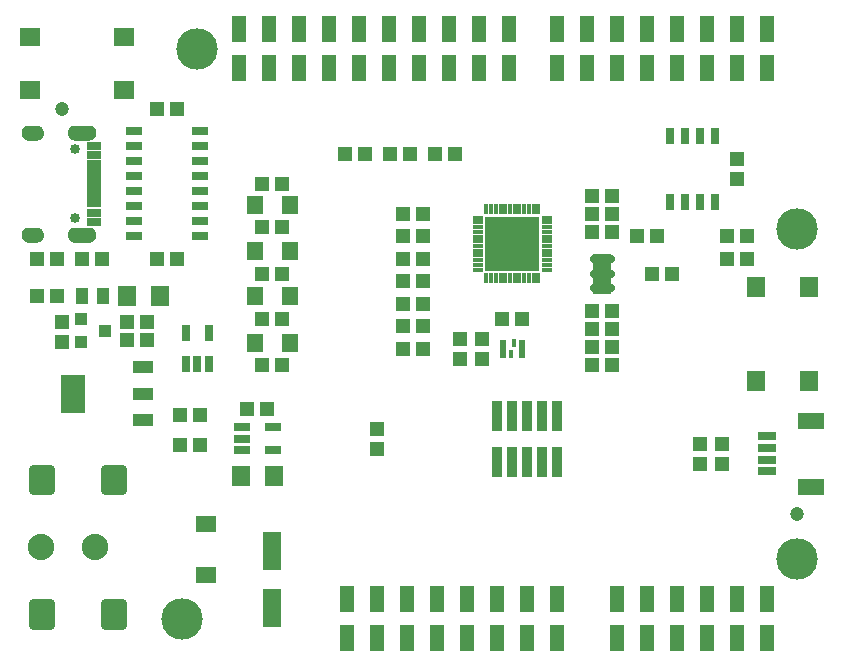
<source format=gts>
G75*
%MOIN*%
%OFA0B0*%
%FSLAX25Y25*%
%IPPOS*%
%LPD*%
%AMOC8*
5,1,8,0,0,1.08239X$1,22.5*
%
%ADD10R,0.05131X0.04737*%
%ADD11R,0.06312X0.07099*%
%ADD12R,0.06312X0.12611*%
%ADD13R,0.04737X0.05131*%
%ADD14R,0.04343X0.03950*%
%ADD15R,0.06800X0.04000*%
%ADD16R,0.08300X0.13100*%
%ADD17C,0.13800*%
%ADD18C,0.04737*%
%ADD19R,0.04737X0.08674*%
%ADD20R,0.05524X0.06312*%
%ADD21R,0.06587X0.05800*%
%ADD22R,0.03950X0.05524*%
%ADD23C,0.03123*%
%ADD24C,0.08800*%
%ADD25R,0.05524X0.02965*%
%ADD26R,0.08674X0.05524*%
%ADD27R,0.06115X0.03162*%
%ADD28R,0.05524X0.03162*%
%ADD29R,0.02965X0.05524*%
%ADD30R,0.01587X0.03359*%
%ADD31R,0.03359X0.01587*%
%ADD32R,0.18123X0.18123*%
%ADD33R,0.03792X0.10249*%
%ADD34R,0.03162X0.05524*%
%ADD35R,0.05918X0.06902*%
%ADD36R,0.06902X0.05918*%
%ADD37C,0.02572*%
%ADD38R,0.06040X0.13760*%
%ADD39R,0.01587X0.02769*%
%ADD40R,0.02375X0.06312*%
%ADD41R,0.04800X0.01981*%
%ADD42R,0.04800X0.03162*%
%ADD43R,0.04800X0.02965*%
%ADD44C,0.03359*%
%ADD45C,0.00039*%
D10*
X0133550Y0161522D03*
X0140243Y0161522D03*
X0140243Y0171522D03*
X0133550Y0171522D03*
X0156050Y0173522D03*
X0162743Y0173522D03*
X0161050Y0188022D03*
X0167743Y0188022D03*
X0167743Y0203522D03*
X0161050Y0203522D03*
X0161050Y0218522D03*
X0167743Y0218522D03*
X0167743Y0234022D03*
X0161050Y0234022D03*
X0161050Y0248522D03*
X0167743Y0248522D03*
X0188550Y0258522D03*
X0195243Y0258522D03*
X0203550Y0258522D03*
X0210243Y0258522D03*
X0218550Y0258522D03*
X0225243Y0258522D03*
X0214743Y0238522D03*
X0208050Y0238522D03*
X0208050Y0231022D03*
X0214743Y0231022D03*
X0214743Y0223522D03*
X0208050Y0223522D03*
X0208050Y0216022D03*
X0214743Y0216022D03*
X0214743Y0208522D03*
X0208050Y0208522D03*
X0208050Y0201022D03*
X0214743Y0201022D03*
X0214743Y0193522D03*
X0208050Y0193522D03*
X0241050Y0203522D03*
X0247743Y0203522D03*
X0271050Y0206022D03*
X0277743Y0206022D03*
X0277743Y0200022D03*
X0277743Y0194022D03*
X0271050Y0194022D03*
X0271050Y0200022D03*
X0271050Y0188022D03*
X0277743Y0188022D03*
X0291050Y0218522D03*
X0297743Y0218522D03*
X0292743Y0231022D03*
X0286050Y0231022D03*
X0277743Y0232522D03*
X0277743Y0238522D03*
X0271050Y0238522D03*
X0271050Y0232522D03*
X0271050Y0244522D03*
X0277743Y0244522D03*
X0316050Y0231022D03*
X0322743Y0231022D03*
X0322743Y0223522D03*
X0316050Y0223522D03*
X0132743Y0223522D03*
X0126050Y0223522D03*
X0107743Y0223522D03*
X0101050Y0223522D03*
X0092743Y0223522D03*
X0086050Y0223522D03*
X0086050Y0211022D03*
X0092743Y0211022D03*
X0116050Y0202522D03*
X0122743Y0202522D03*
X0122743Y0196522D03*
X0116050Y0196522D03*
X0126050Y0273522D03*
X0132743Y0273522D03*
D11*
X0126908Y0211022D03*
X0115885Y0211022D03*
X0153885Y0151022D03*
X0164908Y0151022D03*
D12*
X0164396Y0125971D03*
X0164396Y0107073D03*
D13*
X0199396Y0160176D03*
X0199396Y0166869D03*
X0226896Y0190176D03*
X0226896Y0196869D03*
X0234396Y0196869D03*
X0234396Y0190176D03*
X0306896Y0161869D03*
X0306896Y0155176D03*
X0314396Y0155176D03*
X0314396Y0161869D03*
X0319396Y0250176D03*
X0319396Y0256869D03*
X0094396Y0202369D03*
X0094396Y0195676D03*
D14*
X0100459Y0195782D03*
X0100459Y0203262D03*
X0108727Y0199522D03*
D15*
X0121286Y0187532D03*
X0121286Y0178522D03*
X0121286Y0169583D03*
D16*
X0097896Y0178522D03*
D17*
X0134396Y0103522D03*
X0339396Y0123522D03*
X0339396Y0233522D03*
X0139396Y0293522D03*
D18*
X0094396Y0273522D03*
X0339396Y0138522D03*
D19*
X0329396Y0110018D03*
X0319396Y0110018D03*
X0309396Y0110018D03*
X0299396Y0110018D03*
X0289396Y0110018D03*
X0279396Y0110018D03*
X0279396Y0097026D03*
X0289396Y0097026D03*
X0299396Y0097026D03*
X0309396Y0097026D03*
X0319396Y0097026D03*
X0329396Y0097026D03*
X0259396Y0097026D03*
X0249396Y0097026D03*
X0239396Y0097026D03*
X0229396Y0097026D03*
X0219396Y0097026D03*
X0209396Y0097026D03*
X0199396Y0097026D03*
X0189396Y0097026D03*
X0189396Y0110018D03*
X0199396Y0110018D03*
X0209396Y0110018D03*
X0219396Y0110018D03*
X0229396Y0110018D03*
X0239396Y0110018D03*
X0249396Y0110018D03*
X0259396Y0110018D03*
X0259396Y0287026D03*
X0269396Y0287026D03*
X0279396Y0287026D03*
X0289396Y0287026D03*
X0299396Y0287026D03*
X0309396Y0287026D03*
X0319396Y0287026D03*
X0329396Y0287026D03*
X0329396Y0300018D03*
X0319396Y0300018D03*
X0309396Y0300018D03*
X0299396Y0300018D03*
X0289396Y0300018D03*
X0279396Y0300018D03*
X0269396Y0300018D03*
X0259396Y0300018D03*
X0243396Y0300018D03*
X0233396Y0300018D03*
X0223396Y0300018D03*
X0213396Y0300018D03*
X0203396Y0300018D03*
X0193396Y0300018D03*
X0183396Y0300018D03*
X0173396Y0300018D03*
X0163396Y0300018D03*
X0153396Y0300018D03*
X0153396Y0287026D03*
X0163396Y0287026D03*
X0173396Y0287026D03*
X0183396Y0287026D03*
X0193396Y0287026D03*
X0203396Y0287026D03*
X0213396Y0287026D03*
X0223396Y0287026D03*
X0233396Y0287026D03*
X0243396Y0287026D03*
D20*
X0170302Y0241522D03*
X0158491Y0241522D03*
X0158491Y0226022D03*
X0170302Y0226022D03*
X0170302Y0211022D03*
X0158491Y0211022D03*
X0158491Y0195522D03*
X0170302Y0195522D03*
D21*
X0142396Y0134987D03*
X0142396Y0118058D03*
D22*
X0107940Y0211022D03*
X0100853Y0211022D03*
D23*
X0090172Y0101518D02*
X0084620Y0101518D01*
X0084620Y0108644D01*
X0090172Y0108644D01*
X0090172Y0101518D01*
X0090172Y0104485D02*
X0084620Y0104485D01*
X0084620Y0107452D02*
X0090172Y0107452D01*
X0108636Y0101518D02*
X0114188Y0101518D01*
X0108636Y0101518D02*
X0108636Y0108644D01*
X0114188Y0108644D01*
X0114188Y0101518D01*
X0114188Y0104485D02*
X0108636Y0104485D01*
X0108636Y0107452D02*
X0114188Y0107452D01*
X0114188Y0146400D02*
X0108636Y0146400D01*
X0108636Y0153526D01*
X0114188Y0153526D01*
X0114188Y0146400D01*
X0114188Y0149367D02*
X0108636Y0149367D01*
X0108636Y0152334D02*
X0114188Y0152334D01*
X0090172Y0146400D02*
X0084620Y0146400D01*
X0084620Y0153526D01*
X0090172Y0153526D01*
X0090172Y0146400D01*
X0090172Y0149367D02*
X0084620Y0149367D01*
X0084620Y0152334D02*
X0090172Y0152334D01*
D24*
X0087396Y0127522D03*
X0105396Y0127522D03*
D25*
X0154278Y0159782D03*
X0154278Y0163522D03*
X0154278Y0167262D03*
X0164515Y0167262D03*
X0164515Y0159782D03*
D26*
X0343865Y0169546D03*
X0343865Y0147499D03*
D27*
X0329396Y0152617D03*
X0329396Y0156554D03*
X0329396Y0160491D03*
X0329396Y0164428D03*
D28*
X0140420Y0231022D03*
X0140420Y0236022D03*
X0140420Y0241022D03*
X0140420Y0246022D03*
X0140420Y0251022D03*
X0140420Y0256022D03*
X0140420Y0261022D03*
X0140420Y0266022D03*
X0118373Y0266022D03*
X0118373Y0261022D03*
X0118373Y0256022D03*
X0118373Y0251022D03*
X0118373Y0246022D03*
X0118373Y0241022D03*
X0118373Y0236022D03*
X0118373Y0231022D03*
D29*
X0135656Y0198641D03*
X0143136Y0198641D03*
X0143136Y0188404D03*
X0139396Y0188404D03*
X0135656Y0188404D03*
D30*
X0235735Y0217007D03*
X0237310Y0217007D03*
X0238885Y0217007D03*
X0240459Y0217007D03*
X0242034Y0217007D03*
X0243609Y0217007D03*
X0245184Y0217007D03*
X0246759Y0217007D03*
X0248333Y0217007D03*
X0249908Y0217007D03*
X0251483Y0217007D03*
X0253058Y0217007D03*
X0253058Y0240038D03*
X0251483Y0240038D03*
X0249908Y0240038D03*
X0248333Y0240038D03*
X0246759Y0240038D03*
X0245184Y0240038D03*
X0243609Y0240038D03*
X0242034Y0240038D03*
X0240459Y0240038D03*
X0238885Y0240038D03*
X0237310Y0240038D03*
X0235735Y0240038D03*
D31*
X0232881Y0237184D03*
X0232881Y0235609D03*
X0232881Y0234034D03*
X0232881Y0232459D03*
X0232881Y0230885D03*
X0232881Y0229310D03*
X0232881Y0227735D03*
X0232881Y0226160D03*
X0232881Y0224585D03*
X0232881Y0223010D03*
X0232881Y0221436D03*
X0232881Y0219861D03*
X0255912Y0219861D03*
X0255912Y0221436D03*
X0255912Y0223010D03*
X0255912Y0224585D03*
X0255912Y0226160D03*
X0255912Y0227735D03*
X0255912Y0229310D03*
X0255912Y0230885D03*
X0255912Y0232459D03*
X0255912Y0234034D03*
X0255912Y0235609D03*
X0255912Y0237184D03*
D32*
X0244396Y0228522D03*
D33*
X0244396Y0171199D03*
X0239396Y0171199D03*
X0249396Y0171199D03*
X0254396Y0171199D03*
X0259396Y0171199D03*
X0259396Y0155845D03*
X0254396Y0155845D03*
X0249396Y0155845D03*
X0244396Y0155845D03*
X0239396Y0155845D03*
D34*
X0296896Y0242499D03*
X0301896Y0242499D03*
X0306896Y0242499D03*
X0311896Y0242499D03*
X0311896Y0264546D03*
X0306896Y0264546D03*
X0301896Y0264546D03*
X0296896Y0264546D03*
D35*
X0325538Y0214172D03*
X0343255Y0214172D03*
X0343255Y0182873D03*
X0325538Y0182873D03*
D36*
X0115046Y0279664D03*
X0115046Y0297381D03*
X0083747Y0297381D03*
X0083747Y0279664D03*
D37*
X0271532Y0223247D02*
X0277260Y0223247D01*
X0277260Y0218522D02*
X0271532Y0218522D01*
X0271532Y0213798D02*
X0277260Y0213798D01*
D38*
X0274406Y0218512D03*
D39*
X0244790Y0195294D03*
X0244003Y0191751D03*
D40*
X0241247Y0193522D03*
X0247546Y0193522D03*
D41*
X0105003Y0241633D03*
X0105003Y0243601D03*
X0105003Y0245570D03*
X0105003Y0247538D03*
X0105003Y0249507D03*
X0105003Y0251475D03*
X0105003Y0253444D03*
X0105003Y0255412D03*
D42*
X0105003Y0261219D03*
X0105003Y0235825D03*
D43*
X0105003Y0238877D03*
X0105003Y0258168D03*
D44*
X0098707Y0259900D03*
X0098707Y0237144D03*
D45*
X0098412Y0233877D02*
X0097913Y0233796D01*
X0097445Y0233606D01*
X0097030Y0233317D01*
X0096691Y0232943D01*
X0096443Y0232503D01*
X0096299Y0232019D01*
X0096266Y0231514D01*
X0096299Y0231010D01*
X0096443Y0230526D01*
X0096691Y0230086D01*
X0097030Y0229711D01*
X0097445Y0229422D01*
X0097913Y0229233D01*
X0098412Y0229152D01*
X0103136Y0229152D01*
X0103578Y0229213D01*
X0104000Y0229359D01*
X0104385Y0229585D01*
X0104718Y0229881D01*
X0104988Y0230236D01*
X0096606Y0230236D01*
X0096627Y0230198D02*
X0104959Y0230198D01*
X0104930Y0230161D02*
X0096648Y0230161D01*
X0096670Y0230123D02*
X0104901Y0230123D01*
X0104873Y0230085D02*
X0096691Y0230085D01*
X0096726Y0230047D02*
X0104844Y0230047D01*
X0104815Y0230009D02*
X0096760Y0230009D01*
X0096795Y0229971D02*
X0104787Y0229971D01*
X0104758Y0229933D02*
X0096829Y0229933D01*
X0096863Y0229895D02*
X0104729Y0229895D01*
X0104692Y0229857D02*
X0096898Y0229857D01*
X0096932Y0229820D02*
X0104649Y0229820D01*
X0104607Y0229782D02*
X0096967Y0229782D01*
X0097001Y0229744D02*
X0104564Y0229744D01*
X0104521Y0229706D02*
X0097038Y0229706D01*
X0097093Y0229668D02*
X0104479Y0229668D01*
X0104436Y0229630D02*
X0097147Y0229630D01*
X0097201Y0229592D02*
X0104393Y0229592D01*
X0104333Y0229554D02*
X0097256Y0229554D01*
X0097310Y0229517D02*
X0104268Y0229517D01*
X0104204Y0229479D02*
X0097364Y0229479D01*
X0097419Y0229441D02*
X0104139Y0229441D01*
X0104074Y0229403D02*
X0097493Y0229403D01*
X0097587Y0229365D02*
X0104010Y0229365D01*
X0103907Y0229327D02*
X0097680Y0229327D01*
X0097774Y0229289D02*
X0103798Y0229289D01*
X0103688Y0229251D02*
X0097867Y0229251D01*
X0098033Y0229213D02*
X0103579Y0229213D01*
X0103306Y0229176D02*
X0098267Y0229176D01*
X0096584Y0230274D02*
X0105006Y0230274D01*
X0104988Y0230236D02*
X0105182Y0230638D01*
X0105295Y0231069D01*
X0105322Y0231514D01*
X0105295Y0231960D01*
X0105182Y0232391D01*
X0104988Y0232793D01*
X0104718Y0233148D01*
X0104385Y0233444D01*
X0104000Y0233670D01*
X0103578Y0233816D01*
X0103136Y0233877D01*
X0098412Y0233877D01*
X0098389Y0233873D02*
X0103164Y0233873D01*
X0103438Y0233835D02*
X0098154Y0233835D01*
X0097920Y0233797D02*
X0103632Y0233797D01*
X0103741Y0233759D02*
X0097822Y0233759D01*
X0097729Y0233721D02*
X0103851Y0233721D01*
X0103960Y0233683D02*
X0097635Y0233683D01*
X0097542Y0233646D02*
X0104041Y0233646D01*
X0104106Y0233608D02*
X0097448Y0233608D01*
X0097392Y0233570D02*
X0104170Y0233570D01*
X0104235Y0233532D02*
X0097338Y0233532D01*
X0097284Y0233494D02*
X0104300Y0233494D01*
X0104364Y0233456D02*
X0097229Y0233456D01*
X0097175Y0233418D02*
X0104414Y0233418D01*
X0104457Y0233380D02*
X0097121Y0233380D01*
X0097066Y0233343D02*
X0104499Y0233343D01*
X0104542Y0233305D02*
X0097019Y0233305D01*
X0096984Y0233267D02*
X0104585Y0233267D01*
X0104627Y0233229D02*
X0096950Y0233229D01*
X0096916Y0233191D02*
X0104670Y0233191D01*
X0104713Y0233153D02*
X0096881Y0233153D01*
X0096847Y0233115D02*
X0104743Y0233115D01*
X0104772Y0233077D02*
X0096812Y0233077D01*
X0096778Y0233039D02*
X0104800Y0233039D01*
X0104829Y0233002D02*
X0096744Y0233002D01*
X0096709Y0232964D02*
X0104858Y0232964D01*
X0104887Y0232926D02*
X0096681Y0232926D01*
X0096659Y0232888D02*
X0104915Y0232888D01*
X0104944Y0232850D02*
X0096638Y0232850D01*
X0096617Y0232812D02*
X0104973Y0232812D01*
X0104996Y0232774D02*
X0096595Y0232774D01*
X0096574Y0232736D02*
X0105015Y0232736D01*
X0105033Y0232699D02*
X0096553Y0232699D01*
X0096531Y0232661D02*
X0105052Y0232661D01*
X0105070Y0232623D02*
X0096510Y0232623D01*
X0096489Y0232585D02*
X0105088Y0232585D01*
X0105107Y0232547D02*
X0096467Y0232547D01*
X0096446Y0232509D02*
X0105125Y0232509D01*
X0105143Y0232471D02*
X0096433Y0232471D01*
X0096422Y0232433D02*
X0105162Y0232433D01*
X0105180Y0232396D02*
X0096411Y0232396D01*
X0096399Y0232358D02*
X0105191Y0232358D01*
X0105201Y0232320D02*
X0096388Y0232320D01*
X0096377Y0232282D02*
X0105211Y0232282D01*
X0105221Y0232244D02*
X0096366Y0232244D01*
X0096354Y0232206D02*
X0105231Y0232206D01*
X0105241Y0232168D02*
X0096343Y0232168D01*
X0096332Y0232130D02*
X0105251Y0232130D01*
X0105260Y0232092D02*
X0096321Y0232092D01*
X0096309Y0232055D02*
X0105270Y0232055D01*
X0105280Y0232017D02*
X0096299Y0232017D01*
X0096296Y0231979D02*
X0105290Y0231979D01*
X0105296Y0231941D02*
X0096294Y0231941D01*
X0096291Y0231903D02*
X0105298Y0231903D01*
X0105301Y0231865D02*
X0096289Y0231865D01*
X0096287Y0231827D02*
X0105303Y0231827D01*
X0105305Y0231789D02*
X0096284Y0231789D01*
X0096282Y0231752D02*
X0105307Y0231752D01*
X0105310Y0231714D02*
X0096279Y0231714D01*
X0096277Y0231676D02*
X0105312Y0231676D01*
X0105314Y0231638D02*
X0096274Y0231638D01*
X0096272Y0231600D02*
X0105316Y0231600D01*
X0105319Y0231562D02*
X0096269Y0231562D01*
X0096267Y0231524D02*
X0105321Y0231524D01*
X0105320Y0231486D02*
X0096268Y0231486D01*
X0096271Y0231448D02*
X0105318Y0231448D01*
X0105315Y0231411D02*
X0096273Y0231411D01*
X0096276Y0231373D02*
X0105313Y0231373D01*
X0105311Y0231335D02*
X0096278Y0231335D01*
X0096280Y0231297D02*
X0105309Y0231297D01*
X0105306Y0231259D02*
X0096283Y0231259D01*
X0096285Y0231221D02*
X0105304Y0231221D01*
X0105302Y0231183D02*
X0096288Y0231183D01*
X0096290Y0231145D02*
X0105300Y0231145D01*
X0105297Y0231108D02*
X0096293Y0231108D01*
X0096295Y0231070D02*
X0105295Y0231070D01*
X0105285Y0231032D02*
X0096297Y0231032D01*
X0096304Y0230994D02*
X0105275Y0230994D01*
X0105266Y0230956D02*
X0096315Y0230956D01*
X0096326Y0230918D02*
X0105256Y0230918D01*
X0105246Y0230880D02*
X0096337Y0230880D01*
X0096349Y0230842D02*
X0105236Y0230842D01*
X0105226Y0230804D02*
X0096360Y0230804D01*
X0096371Y0230767D02*
X0105216Y0230767D01*
X0105206Y0230729D02*
X0096382Y0230729D01*
X0096394Y0230691D02*
X0105196Y0230691D01*
X0105186Y0230653D02*
X0096405Y0230653D01*
X0096416Y0230615D02*
X0105171Y0230615D01*
X0105153Y0230577D02*
X0096427Y0230577D01*
X0096439Y0230539D02*
X0105135Y0230539D01*
X0105116Y0230501D02*
X0096456Y0230501D01*
X0096478Y0230464D02*
X0105098Y0230464D01*
X0105079Y0230426D02*
X0096499Y0230426D01*
X0096520Y0230388D02*
X0105061Y0230388D01*
X0105043Y0230350D02*
X0096542Y0230350D01*
X0096563Y0230312D02*
X0105024Y0230312D01*
X0087881Y0231514D02*
X0087833Y0231052D01*
X0087696Y0230607D01*
X0087475Y0230198D01*
X0087179Y0229840D01*
X0086818Y0229547D01*
X0086407Y0229329D01*
X0085962Y0229196D01*
X0085499Y0229152D01*
X0083136Y0229152D01*
X0082678Y0229199D01*
X0082237Y0229335D01*
X0081831Y0229554D01*
X0081476Y0229848D01*
X0081185Y0230206D01*
X0080969Y0230613D01*
X0080837Y0231055D01*
X0080794Y0231514D01*
X0080851Y0232038D01*
X0081023Y0232536D01*
X0081301Y0232983D01*
X0081672Y0233357D01*
X0082117Y0233639D01*
X0082613Y0233815D01*
X0083136Y0233877D01*
X0085499Y0233877D01*
X0086027Y0233819D01*
X0086529Y0233646D01*
X0086980Y0233365D01*
X0087357Y0232991D01*
X0087641Y0232543D01*
X0087819Y0232042D01*
X0087881Y0231514D01*
X0087879Y0231524D02*
X0080795Y0231524D01*
X0080797Y0231486D02*
X0087878Y0231486D01*
X0087874Y0231448D02*
X0080800Y0231448D01*
X0080804Y0231411D02*
X0087870Y0231411D01*
X0087866Y0231373D02*
X0080807Y0231373D01*
X0080811Y0231335D02*
X0087862Y0231335D01*
X0087858Y0231297D02*
X0080814Y0231297D01*
X0080818Y0231259D02*
X0087854Y0231259D01*
X0087850Y0231221D02*
X0080822Y0231221D01*
X0080825Y0231183D02*
X0087847Y0231183D01*
X0087843Y0231145D02*
X0080829Y0231145D01*
X0080832Y0231108D02*
X0087839Y0231108D01*
X0087835Y0231070D02*
X0080836Y0231070D01*
X0080844Y0231032D02*
X0087827Y0231032D01*
X0087815Y0230994D02*
X0080856Y0230994D01*
X0080867Y0230956D02*
X0087804Y0230956D01*
X0087792Y0230918D02*
X0080878Y0230918D01*
X0080890Y0230880D02*
X0087780Y0230880D01*
X0087769Y0230842D02*
X0080901Y0230842D01*
X0080912Y0230804D02*
X0087757Y0230804D01*
X0087745Y0230767D02*
X0080924Y0230767D01*
X0080935Y0230729D02*
X0087734Y0230729D01*
X0087722Y0230691D02*
X0080946Y0230691D01*
X0080957Y0230653D02*
X0087710Y0230653D01*
X0087699Y0230615D02*
X0080969Y0230615D01*
X0080988Y0230577D02*
X0087680Y0230577D01*
X0087659Y0230539D02*
X0081009Y0230539D01*
X0081029Y0230501D02*
X0087639Y0230501D01*
X0087619Y0230464D02*
X0081049Y0230464D01*
X0081069Y0230426D02*
X0087598Y0230426D01*
X0087578Y0230388D02*
X0081089Y0230388D01*
X0081109Y0230350D02*
X0087557Y0230350D01*
X0087537Y0230312D02*
X0081129Y0230312D01*
X0081149Y0230274D02*
X0087516Y0230274D01*
X0087496Y0230236D02*
X0081169Y0230236D01*
X0081191Y0230198D02*
X0087475Y0230198D01*
X0087444Y0230161D02*
X0081222Y0230161D01*
X0081253Y0230123D02*
X0087413Y0230123D01*
X0087381Y0230085D02*
X0081284Y0230085D01*
X0081314Y0230047D02*
X0087350Y0230047D01*
X0087319Y0230009D02*
X0081345Y0230009D01*
X0081376Y0229971D02*
X0087287Y0229971D01*
X0087256Y0229933D02*
X0081407Y0229933D01*
X0081438Y0229895D02*
X0087225Y0229895D01*
X0087193Y0229857D02*
X0081468Y0229857D01*
X0081511Y0229820D02*
X0087154Y0229820D01*
X0087107Y0229782D02*
X0081556Y0229782D01*
X0081602Y0229744D02*
X0087061Y0229744D01*
X0087014Y0229706D02*
X0081648Y0229706D01*
X0081694Y0229668D02*
X0086968Y0229668D01*
X0086921Y0229630D02*
X0081739Y0229630D01*
X0081785Y0229592D02*
X0086874Y0229592D01*
X0086828Y0229554D02*
X0081831Y0229554D01*
X0081901Y0229517D02*
X0086762Y0229517D01*
X0086690Y0229479D02*
X0081971Y0229479D01*
X0082041Y0229441D02*
X0086618Y0229441D01*
X0086547Y0229403D02*
X0082111Y0229403D01*
X0082182Y0229365D02*
X0086475Y0229365D01*
X0086401Y0229327D02*
X0082263Y0229327D01*
X0082386Y0229289D02*
X0086274Y0229289D01*
X0086147Y0229251D02*
X0082509Y0229251D01*
X0082632Y0229213D02*
X0086020Y0229213D01*
X0085746Y0229176D02*
X0082909Y0229176D01*
X0080799Y0231562D02*
X0087875Y0231562D01*
X0087871Y0231600D02*
X0080803Y0231600D01*
X0080807Y0231638D02*
X0087866Y0231638D01*
X0087862Y0231676D02*
X0080811Y0231676D01*
X0080816Y0231714D02*
X0087857Y0231714D01*
X0087853Y0231752D02*
X0080820Y0231752D01*
X0080824Y0231789D02*
X0087848Y0231789D01*
X0087844Y0231827D02*
X0080828Y0231827D01*
X0080832Y0231865D02*
X0087840Y0231865D01*
X0087835Y0231903D02*
X0080836Y0231903D01*
X0080840Y0231941D02*
X0087831Y0231941D01*
X0087826Y0231979D02*
X0080844Y0231979D01*
X0080848Y0232017D02*
X0087822Y0232017D01*
X0087814Y0232055D02*
X0080856Y0232055D01*
X0080870Y0232092D02*
X0087801Y0232092D01*
X0087788Y0232130D02*
X0080883Y0232130D01*
X0080896Y0232168D02*
X0087774Y0232168D01*
X0087761Y0232206D02*
X0080909Y0232206D01*
X0080922Y0232244D02*
X0087747Y0232244D01*
X0087734Y0232282D02*
X0080935Y0232282D01*
X0080948Y0232320D02*
X0087720Y0232320D01*
X0087707Y0232358D02*
X0080961Y0232358D01*
X0080974Y0232396D02*
X0087694Y0232396D01*
X0087680Y0232433D02*
X0080987Y0232433D01*
X0081000Y0232471D02*
X0087667Y0232471D01*
X0087653Y0232509D02*
X0081013Y0232509D01*
X0081029Y0232547D02*
X0087639Y0232547D01*
X0087615Y0232585D02*
X0081053Y0232585D01*
X0081077Y0232623D02*
X0087591Y0232623D01*
X0087567Y0232661D02*
X0081100Y0232661D01*
X0081124Y0232699D02*
X0087543Y0232699D01*
X0087519Y0232736D02*
X0081147Y0232736D01*
X0081171Y0232774D02*
X0087494Y0232774D01*
X0087470Y0232812D02*
X0081195Y0232812D01*
X0081218Y0232850D02*
X0087446Y0232850D01*
X0087422Y0232888D02*
X0081242Y0232888D01*
X0081265Y0232926D02*
X0087398Y0232926D01*
X0087374Y0232964D02*
X0081289Y0232964D01*
X0081319Y0233002D02*
X0087346Y0233002D01*
X0087308Y0233039D02*
X0081357Y0233039D01*
X0081394Y0233077D02*
X0087270Y0233077D01*
X0087232Y0233115D02*
X0081432Y0233115D01*
X0081470Y0233153D02*
X0087194Y0233153D01*
X0087155Y0233191D02*
X0081507Y0233191D01*
X0081545Y0233229D02*
X0087117Y0233229D01*
X0087079Y0233267D02*
X0081582Y0233267D01*
X0081620Y0233305D02*
X0087041Y0233305D01*
X0087003Y0233343D02*
X0081657Y0233343D01*
X0081708Y0233380D02*
X0086955Y0233380D01*
X0086895Y0233418D02*
X0081768Y0233418D01*
X0081828Y0233456D02*
X0086834Y0233456D01*
X0086773Y0233494D02*
X0081888Y0233494D01*
X0081947Y0233532D02*
X0086712Y0233532D01*
X0086651Y0233570D02*
X0082007Y0233570D01*
X0082067Y0233608D02*
X0086590Y0233608D01*
X0086530Y0233646D02*
X0082134Y0233646D01*
X0082241Y0233683D02*
X0086420Y0233683D01*
X0086311Y0233721D02*
X0082348Y0233721D01*
X0082455Y0233759D02*
X0086201Y0233759D01*
X0086091Y0233797D02*
X0082562Y0233797D01*
X0082780Y0233835D02*
X0085882Y0233835D01*
X0085533Y0233873D02*
X0083104Y0233873D01*
X0083136Y0263168D02*
X0082678Y0263215D01*
X0082237Y0263351D01*
X0081831Y0263570D01*
X0081476Y0263864D01*
X0081185Y0264222D01*
X0080969Y0264629D01*
X0080837Y0265071D01*
X0080794Y0265530D01*
X0080851Y0266054D01*
X0081023Y0266552D01*
X0081301Y0266999D01*
X0081672Y0267373D01*
X0082117Y0267655D01*
X0082613Y0267831D01*
X0083136Y0267892D01*
X0085499Y0267892D01*
X0086027Y0267835D01*
X0086529Y0267662D01*
X0086980Y0267381D01*
X0087357Y0267007D01*
X0087641Y0266558D01*
X0087819Y0266058D01*
X0087881Y0265530D01*
X0087833Y0265068D01*
X0087696Y0264623D01*
X0087475Y0264214D01*
X0087179Y0263856D01*
X0086818Y0263562D01*
X0086407Y0263345D01*
X0085962Y0263212D01*
X0085499Y0263168D01*
X0083136Y0263168D01*
X0082892Y0263193D02*
X0085765Y0263193D01*
X0086026Y0263231D02*
X0082626Y0263231D01*
X0082503Y0263269D02*
X0086153Y0263269D01*
X0086280Y0263307D02*
X0082380Y0263307D01*
X0082257Y0263345D02*
X0086407Y0263345D01*
X0086478Y0263382D02*
X0082178Y0263382D01*
X0082108Y0263420D02*
X0086550Y0263420D01*
X0086622Y0263458D02*
X0082038Y0263458D01*
X0081968Y0263496D02*
X0086693Y0263496D01*
X0086765Y0263534D02*
X0081898Y0263534D01*
X0081829Y0263572D02*
X0086830Y0263572D01*
X0086877Y0263610D02*
X0081783Y0263610D01*
X0081737Y0263648D02*
X0086923Y0263648D01*
X0086970Y0263686D02*
X0081692Y0263686D01*
X0081646Y0263723D02*
X0087016Y0263723D01*
X0087063Y0263761D02*
X0081600Y0263761D01*
X0081554Y0263799D02*
X0087109Y0263799D01*
X0087156Y0263837D02*
X0081508Y0263837D01*
X0081467Y0263875D02*
X0087195Y0263875D01*
X0087226Y0263913D02*
X0081436Y0263913D01*
X0081405Y0263951D02*
X0087257Y0263951D01*
X0087289Y0263989D02*
X0081375Y0263989D01*
X0081344Y0264026D02*
X0087320Y0264026D01*
X0087352Y0264064D02*
X0081313Y0264064D01*
X0081282Y0264102D02*
X0087383Y0264102D01*
X0087414Y0264140D02*
X0081251Y0264140D01*
X0081220Y0264178D02*
X0087446Y0264178D01*
X0087476Y0264216D02*
X0081190Y0264216D01*
X0081168Y0264254D02*
X0087497Y0264254D01*
X0087517Y0264292D02*
X0081148Y0264292D01*
X0081128Y0264330D02*
X0087538Y0264330D01*
X0087558Y0264367D02*
X0081108Y0264367D01*
X0081088Y0264405D02*
X0087579Y0264405D01*
X0087599Y0264443D02*
X0081068Y0264443D01*
X0081048Y0264481D02*
X0087620Y0264481D01*
X0087640Y0264519D02*
X0081028Y0264519D01*
X0081008Y0264557D02*
X0087660Y0264557D01*
X0087681Y0264595D02*
X0080988Y0264595D01*
X0080968Y0264633D02*
X0087699Y0264633D01*
X0087711Y0264670D02*
X0080957Y0264670D01*
X0080946Y0264708D02*
X0087722Y0264708D01*
X0087734Y0264746D02*
X0080934Y0264746D01*
X0080923Y0264784D02*
X0087746Y0264784D01*
X0087757Y0264822D02*
X0080912Y0264822D01*
X0080900Y0264860D02*
X0087769Y0264860D01*
X0087781Y0264898D02*
X0080889Y0264898D01*
X0080878Y0264936D02*
X0087792Y0264936D01*
X0087804Y0264974D02*
X0080866Y0264974D01*
X0080855Y0265011D02*
X0087816Y0265011D01*
X0087827Y0265049D02*
X0080844Y0265049D01*
X0080836Y0265087D02*
X0087835Y0265087D01*
X0087839Y0265125D02*
X0080832Y0265125D01*
X0080829Y0265163D02*
X0087843Y0265163D01*
X0087847Y0265201D02*
X0080825Y0265201D01*
X0080821Y0265239D02*
X0087851Y0265239D01*
X0087855Y0265277D02*
X0080818Y0265277D01*
X0080814Y0265314D02*
X0087858Y0265314D01*
X0087862Y0265352D02*
X0080811Y0265352D01*
X0080807Y0265390D02*
X0087866Y0265390D01*
X0087870Y0265428D02*
X0080804Y0265428D01*
X0080800Y0265466D02*
X0087874Y0265466D01*
X0087878Y0265504D02*
X0080796Y0265504D01*
X0080795Y0265542D02*
X0087879Y0265542D01*
X0087875Y0265580D02*
X0080799Y0265580D01*
X0080803Y0265617D02*
X0087870Y0265617D01*
X0087866Y0265655D02*
X0080808Y0265655D01*
X0080812Y0265693D02*
X0087862Y0265693D01*
X0087857Y0265731D02*
X0080816Y0265731D01*
X0080820Y0265769D02*
X0087853Y0265769D01*
X0087848Y0265807D02*
X0080824Y0265807D01*
X0080828Y0265845D02*
X0087844Y0265845D01*
X0087839Y0265883D02*
X0080832Y0265883D01*
X0080836Y0265921D02*
X0087835Y0265921D01*
X0087831Y0265958D02*
X0080840Y0265958D01*
X0080845Y0265996D02*
X0087826Y0265996D01*
X0087822Y0266034D02*
X0080849Y0266034D01*
X0080857Y0266072D02*
X0087814Y0266072D01*
X0087800Y0266110D02*
X0080870Y0266110D01*
X0080883Y0266148D02*
X0087787Y0266148D01*
X0087774Y0266186D02*
X0080896Y0266186D01*
X0080909Y0266224D02*
X0087760Y0266224D01*
X0087747Y0266261D02*
X0080922Y0266261D01*
X0080935Y0266299D02*
X0087733Y0266299D01*
X0087720Y0266337D02*
X0080949Y0266337D01*
X0080962Y0266375D02*
X0087706Y0266375D01*
X0087693Y0266413D02*
X0080975Y0266413D01*
X0080988Y0266451D02*
X0087680Y0266451D01*
X0087666Y0266489D02*
X0081001Y0266489D01*
X0081014Y0266527D02*
X0087653Y0266527D01*
X0087638Y0266565D02*
X0081031Y0266565D01*
X0081054Y0266602D02*
X0087613Y0266602D01*
X0087589Y0266640D02*
X0081078Y0266640D01*
X0081101Y0266678D02*
X0087565Y0266678D01*
X0087541Y0266716D02*
X0081125Y0266716D01*
X0081148Y0266754D02*
X0087517Y0266754D01*
X0087493Y0266792D02*
X0081172Y0266792D01*
X0081196Y0266830D02*
X0087469Y0266830D01*
X0087445Y0266868D02*
X0081219Y0266868D01*
X0081243Y0266905D02*
X0087421Y0266905D01*
X0087397Y0266943D02*
X0081266Y0266943D01*
X0081290Y0266981D02*
X0087373Y0266981D01*
X0087345Y0267019D02*
X0081321Y0267019D01*
X0081359Y0267057D02*
X0087306Y0267057D01*
X0087268Y0267095D02*
X0081396Y0267095D01*
X0081434Y0267133D02*
X0087230Y0267133D01*
X0087192Y0267171D02*
X0081471Y0267171D01*
X0081509Y0267209D02*
X0087154Y0267209D01*
X0087116Y0267246D02*
X0081546Y0267246D01*
X0081584Y0267284D02*
X0087077Y0267284D01*
X0087039Y0267322D02*
X0081621Y0267322D01*
X0081659Y0267360D02*
X0087001Y0267360D01*
X0086953Y0267398D02*
X0081711Y0267398D01*
X0081771Y0267436D02*
X0086892Y0267436D01*
X0086831Y0267474D02*
X0081831Y0267474D01*
X0081890Y0267512D02*
X0086770Y0267512D01*
X0086709Y0267549D02*
X0081950Y0267549D01*
X0082010Y0267587D02*
X0086648Y0267587D01*
X0086588Y0267625D02*
X0082070Y0267625D01*
X0082139Y0267663D02*
X0086525Y0267663D01*
X0086415Y0267701D02*
X0082246Y0267701D01*
X0082353Y0267739D02*
X0086306Y0267739D01*
X0086196Y0267777D02*
X0082460Y0267777D01*
X0082566Y0267815D02*
X0086086Y0267815D01*
X0085866Y0267852D02*
X0082795Y0267852D01*
X0083119Y0267890D02*
X0085517Y0267890D01*
X0096299Y0266034D02*
X0096443Y0266519D01*
X0096691Y0266959D01*
X0097030Y0267333D01*
X0097445Y0267622D01*
X0097913Y0267812D01*
X0098412Y0267892D01*
X0103136Y0267892D01*
X0103578Y0267831D01*
X0104000Y0267685D01*
X0104385Y0267460D01*
X0104718Y0267164D01*
X0104988Y0266808D01*
X0105182Y0266407D01*
X0105295Y0265975D01*
X0105322Y0265530D01*
X0105295Y0265085D01*
X0105182Y0264653D01*
X0104988Y0264252D01*
X0104718Y0263897D01*
X0104385Y0263600D01*
X0104000Y0263375D01*
X0103578Y0263229D01*
X0103136Y0263168D01*
X0098412Y0263168D01*
X0097913Y0263249D01*
X0097445Y0263438D01*
X0097030Y0263727D01*
X0096691Y0264101D01*
X0096443Y0264542D01*
X0096299Y0265026D01*
X0096266Y0265530D01*
X0096299Y0266034D01*
X0105280Y0266034D01*
X0105290Y0265996D02*
X0096296Y0265996D01*
X0096294Y0265958D02*
X0105296Y0265958D01*
X0105298Y0265921D02*
X0096291Y0265921D01*
X0096289Y0265883D02*
X0105301Y0265883D01*
X0105303Y0265845D02*
X0096287Y0265845D01*
X0096284Y0265807D02*
X0105305Y0265807D01*
X0105307Y0265769D02*
X0096282Y0265769D01*
X0096279Y0265731D02*
X0105310Y0265731D01*
X0105312Y0265693D02*
X0096277Y0265693D01*
X0096274Y0265655D02*
X0105314Y0265655D01*
X0105316Y0265617D02*
X0096272Y0265617D01*
X0096270Y0265580D02*
X0105319Y0265580D01*
X0105321Y0265542D02*
X0096267Y0265542D01*
X0096268Y0265504D02*
X0105320Y0265504D01*
X0105318Y0265466D02*
X0096271Y0265466D01*
X0096273Y0265428D02*
X0105315Y0265428D01*
X0105313Y0265390D02*
X0096275Y0265390D01*
X0096278Y0265352D02*
X0105311Y0265352D01*
X0105309Y0265314D02*
X0096280Y0265314D01*
X0096283Y0265277D02*
X0105306Y0265277D01*
X0105304Y0265239D02*
X0096285Y0265239D01*
X0096288Y0265201D02*
X0105302Y0265201D01*
X0105300Y0265163D02*
X0096290Y0265163D01*
X0096292Y0265125D02*
X0105298Y0265125D01*
X0105295Y0265087D02*
X0096295Y0265087D01*
X0096297Y0265049D02*
X0105286Y0265049D01*
X0105276Y0265011D02*
X0096303Y0265011D01*
X0096314Y0264974D02*
X0105266Y0264974D01*
X0105256Y0264936D02*
X0096326Y0264936D01*
X0096337Y0264898D02*
X0105246Y0264898D01*
X0105236Y0264860D02*
X0096348Y0264860D01*
X0096359Y0264822D02*
X0105226Y0264822D01*
X0105217Y0264784D02*
X0096371Y0264784D01*
X0096382Y0264746D02*
X0105207Y0264746D01*
X0105197Y0264708D02*
X0096393Y0264708D01*
X0096404Y0264670D02*
X0105187Y0264670D01*
X0105172Y0264633D02*
X0096416Y0264633D01*
X0096427Y0264595D02*
X0105154Y0264595D01*
X0105135Y0264557D02*
X0096438Y0264557D01*
X0096455Y0264519D02*
X0105117Y0264519D01*
X0105099Y0264481D02*
X0096477Y0264481D01*
X0096498Y0264443D02*
X0105080Y0264443D01*
X0105062Y0264405D02*
X0096519Y0264405D01*
X0096541Y0264367D02*
X0105044Y0264367D01*
X0105025Y0264330D02*
X0096562Y0264330D01*
X0096583Y0264292D02*
X0105007Y0264292D01*
X0104988Y0264254D02*
X0096605Y0264254D01*
X0096626Y0264216D02*
X0104960Y0264216D01*
X0104931Y0264178D02*
X0096647Y0264178D01*
X0096669Y0264140D02*
X0104903Y0264140D01*
X0104874Y0264102D02*
X0096690Y0264102D01*
X0096724Y0264064D02*
X0104845Y0264064D01*
X0104817Y0264026D02*
X0096759Y0264026D01*
X0096793Y0263989D02*
X0104788Y0263989D01*
X0104759Y0263951D02*
X0096827Y0263951D01*
X0096862Y0263913D02*
X0104731Y0263913D01*
X0104694Y0263875D02*
X0096896Y0263875D01*
X0096931Y0263837D02*
X0104651Y0263837D01*
X0104609Y0263799D02*
X0096965Y0263799D01*
X0096999Y0263761D02*
X0104566Y0263761D01*
X0104523Y0263723D02*
X0097036Y0263723D01*
X0097090Y0263686D02*
X0104481Y0263686D01*
X0104438Y0263648D02*
X0097144Y0263648D01*
X0097199Y0263610D02*
X0104395Y0263610D01*
X0104336Y0263572D02*
X0097253Y0263572D01*
X0097307Y0263534D02*
X0104271Y0263534D01*
X0104207Y0263496D02*
X0097362Y0263496D01*
X0097416Y0263458D02*
X0104142Y0263458D01*
X0104077Y0263420D02*
X0097489Y0263420D01*
X0097582Y0263382D02*
X0104013Y0263382D01*
X0103912Y0263345D02*
X0097676Y0263345D01*
X0097770Y0263307D02*
X0103803Y0263307D01*
X0103694Y0263269D02*
X0097863Y0263269D01*
X0098022Y0263231D02*
X0103584Y0263231D01*
X0103318Y0263193D02*
X0098257Y0263193D01*
X0096310Y0266072D02*
X0105270Y0266072D01*
X0105260Y0266110D02*
X0096321Y0266110D01*
X0096332Y0266148D02*
X0105250Y0266148D01*
X0105240Y0266186D02*
X0096344Y0266186D01*
X0096355Y0266224D02*
X0105230Y0266224D01*
X0105220Y0266261D02*
X0096366Y0266261D01*
X0096377Y0266299D02*
X0105210Y0266299D01*
X0105201Y0266337D02*
X0096389Y0266337D01*
X0096400Y0266375D02*
X0105191Y0266375D01*
X0105179Y0266413D02*
X0096411Y0266413D01*
X0096422Y0266451D02*
X0105161Y0266451D01*
X0105143Y0266489D02*
X0096434Y0266489D01*
X0096447Y0266527D02*
X0105124Y0266527D01*
X0105106Y0266565D02*
X0096468Y0266565D01*
X0096490Y0266602D02*
X0105087Y0266602D01*
X0105069Y0266640D02*
X0096511Y0266640D01*
X0096532Y0266678D02*
X0105051Y0266678D01*
X0105032Y0266716D02*
X0096554Y0266716D01*
X0096575Y0266754D02*
X0105014Y0266754D01*
X0104996Y0266792D02*
X0096596Y0266792D01*
X0096618Y0266830D02*
X0104971Y0266830D01*
X0104943Y0266868D02*
X0096639Y0266868D01*
X0096660Y0266905D02*
X0104914Y0266905D01*
X0104885Y0266943D02*
X0096682Y0266943D01*
X0096711Y0266981D02*
X0104857Y0266981D01*
X0104828Y0267019D02*
X0096745Y0267019D01*
X0096780Y0267057D02*
X0104799Y0267057D01*
X0104770Y0267095D02*
X0096814Y0267095D01*
X0096848Y0267133D02*
X0104742Y0267133D01*
X0104711Y0267171D02*
X0096883Y0267171D01*
X0096917Y0267209D02*
X0104668Y0267209D01*
X0104625Y0267246D02*
X0096952Y0267246D01*
X0096986Y0267284D02*
X0104583Y0267284D01*
X0104540Y0267322D02*
X0097020Y0267322D01*
X0097069Y0267360D02*
X0104497Y0267360D01*
X0104455Y0267398D02*
X0097123Y0267398D01*
X0097178Y0267436D02*
X0104412Y0267436D01*
X0104361Y0267474D02*
X0097232Y0267474D01*
X0097286Y0267512D02*
X0104297Y0267512D01*
X0104232Y0267549D02*
X0097341Y0267549D01*
X0097395Y0267587D02*
X0104167Y0267587D01*
X0104103Y0267625D02*
X0097452Y0267625D01*
X0097546Y0267663D02*
X0104038Y0267663D01*
X0103955Y0267701D02*
X0097639Y0267701D01*
X0097733Y0267739D02*
X0103846Y0267739D01*
X0103736Y0267777D02*
X0097827Y0267777D01*
X0097931Y0267815D02*
X0103627Y0267815D01*
X0103426Y0267852D02*
X0098165Y0267852D01*
X0098400Y0267890D02*
X0103151Y0267890D01*
M02*

</source>
